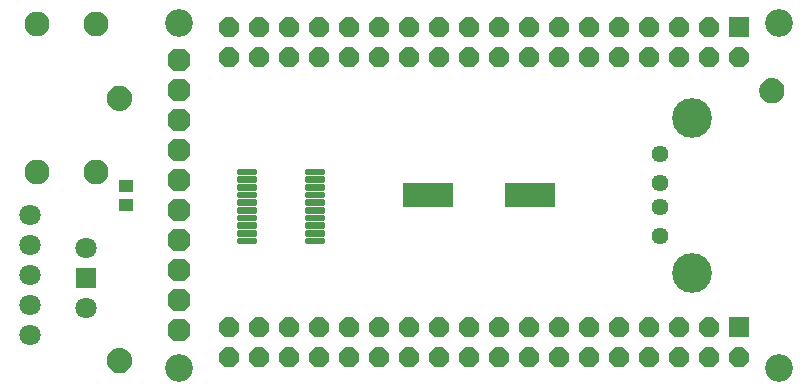
<source format=gbr>
G04 EAGLE Gerber RS-274X export*
G75*
%MOMM*%
%FSLAX34Y34*%
%LPD*%
%INSoldermask Top*%
%IPPOS*%
%AMOC8*
5,1,8,0,0,1.08239X$1,22.5*%
G01*
%ADD10R,1.183641X1.102359*%
%ADD11C,2.112400*%
%ADD12R,1.676400X1.676400*%
%ADD13P,1.814519X8X202.500000*%
%ADD14R,1.803400X1.803400*%
%ADD15C,1.803400*%
%ADD16P,2.089446X8X202.500000*%
%ADD17C,2.352400*%
%ADD18C,0.253078*%
%ADD19C,3.372400*%
%ADD20C,1.440400*%
%ADD21C,0.609600*%
%ADD22C,1.168400*%
%ADD23R,4.252400X2.152400*%


D10*
X133350Y185801D03*
X133350Y169799D03*
D11*
X57550Y322850D03*
X107550Y322850D03*
X107550Y197850D03*
X57550Y197850D03*
D12*
X652100Y320300D03*
D13*
X652100Y294900D03*
X626700Y320300D03*
X626700Y294900D03*
X601300Y320300D03*
X601300Y294900D03*
X575900Y320300D03*
X575900Y294900D03*
X550500Y320300D03*
X550500Y294900D03*
X525100Y320300D03*
X525100Y294900D03*
X499700Y320300D03*
X499700Y294900D03*
X474300Y320300D03*
X474300Y294900D03*
X448900Y320300D03*
X448900Y294900D03*
X423500Y320300D03*
X423500Y294900D03*
X398100Y320300D03*
X398100Y294900D03*
X372700Y320300D03*
X372700Y294900D03*
X347300Y320300D03*
X347300Y294900D03*
X321900Y320300D03*
X321900Y294900D03*
X296500Y320300D03*
X296500Y294900D03*
X271100Y320300D03*
X271100Y294900D03*
X245700Y320300D03*
X245700Y294900D03*
X220300Y320300D03*
X220300Y294900D03*
D12*
X652100Y66300D03*
D13*
X652100Y40900D03*
X626700Y66300D03*
X626700Y40900D03*
X601300Y66300D03*
X601300Y40900D03*
X575900Y66300D03*
X575900Y40900D03*
X550500Y66300D03*
X550500Y40900D03*
X525100Y66300D03*
X525100Y40900D03*
X499700Y66300D03*
X499700Y40900D03*
X474300Y66300D03*
X474300Y40900D03*
X448900Y66300D03*
X448900Y40900D03*
X423500Y66300D03*
X423500Y40900D03*
X398100Y66300D03*
X398100Y40900D03*
X372700Y66300D03*
X372700Y40900D03*
X347300Y66300D03*
X347300Y40900D03*
X321900Y66300D03*
X321900Y40900D03*
X296500Y66300D03*
X296500Y40900D03*
X271100Y66300D03*
X271100Y40900D03*
X245700Y66300D03*
X245700Y40900D03*
X220300Y66300D03*
X220300Y40900D03*
D14*
X99400Y107850D03*
D15*
X99400Y82450D03*
X99400Y133250D03*
D16*
X177800Y63500D03*
X177800Y88900D03*
X177800Y114300D03*
X177800Y139700D03*
X177800Y165100D03*
X177800Y190500D03*
X177800Y215900D03*
X177800Y241300D03*
X177800Y266700D03*
X177800Y292100D03*
D17*
X685800Y31750D03*
X177800Y31750D03*
X685800Y323850D03*
X177800Y323850D03*
D18*
X285253Y140997D02*
X299947Y140997D01*
X299947Y137903D01*
X285253Y137903D01*
X285253Y140997D01*
X285253Y140307D02*
X299947Y140307D01*
X299947Y147497D02*
X285253Y147497D01*
X299947Y147497D02*
X299947Y144403D01*
X285253Y144403D01*
X285253Y147497D01*
X285253Y146807D02*
X299947Y146807D01*
X299947Y153997D02*
X285253Y153997D01*
X299947Y153997D02*
X299947Y150903D01*
X285253Y150903D01*
X285253Y153997D01*
X285253Y153307D02*
X299947Y153307D01*
X299947Y160497D02*
X285253Y160497D01*
X299947Y160497D02*
X299947Y157403D01*
X285253Y157403D01*
X285253Y160497D01*
X285253Y159807D02*
X299947Y159807D01*
X299947Y166997D02*
X285253Y166997D01*
X299947Y166997D02*
X299947Y163903D01*
X285253Y163903D01*
X285253Y166997D01*
X285253Y166307D02*
X299947Y166307D01*
X299947Y173497D02*
X285253Y173497D01*
X299947Y173497D02*
X299947Y170403D01*
X285253Y170403D01*
X285253Y173497D01*
X285253Y172807D02*
X299947Y172807D01*
X299947Y179997D02*
X285253Y179997D01*
X299947Y179997D02*
X299947Y176903D01*
X285253Y176903D01*
X285253Y179997D01*
X285253Y179307D02*
X299947Y179307D01*
X299947Y186497D02*
X285253Y186497D01*
X299947Y186497D02*
X299947Y183403D01*
X285253Y183403D01*
X285253Y186497D01*
X285253Y185807D02*
X299947Y185807D01*
X299947Y192997D02*
X285253Y192997D01*
X299947Y192997D02*
X299947Y189903D01*
X285253Y189903D01*
X285253Y192997D01*
X285253Y192307D02*
X299947Y192307D01*
X299947Y199497D02*
X285253Y199497D01*
X299947Y199497D02*
X299947Y196403D01*
X285253Y196403D01*
X285253Y199497D01*
X285253Y198807D02*
X299947Y198807D01*
X242547Y199497D02*
X227853Y199497D01*
X242547Y199497D02*
X242547Y196403D01*
X227853Y196403D01*
X227853Y199497D01*
X227853Y198807D02*
X242547Y198807D01*
X242547Y192997D02*
X227853Y192997D01*
X242547Y192997D02*
X242547Y189903D01*
X227853Y189903D01*
X227853Y192997D01*
X227853Y192307D02*
X242547Y192307D01*
X242547Y186497D02*
X227853Y186497D01*
X242547Y186497D02*
X242547Y183403D01*
X227853Y183403D01*
X227853Y186497D01*
X227853Y185807D02*
X242547Y185807D01*
X242547Y179997D02*
X227853Y179997D01*
X242547Y179997D02*
X242547Y176903D01*
X227853Y176903D01*
X227853Y179997D01*
X227853Y179307D02*
X242547Y179307D01*
X242547Y173497D02*
X227853Y173497D01*
X242547Y173497D02*
X242547Y170403D01*
X227853Y170403D01*
X227853Y173497D01*
X227853Y172807D02*
X242547Y172807D01*
X242547Y166997D02*
X227853Y166997D01*
X242547Y166997D02*
X242547Y163903D01*
X227853Y163903D01*
X227853Y166997D01*
X227853Y166307D02*
X242547Y166307D01*
X242547Y160497D02*
X227853Y160497D01*
X242547Y160497D02*
X242547Y157403D01*
X227853Y157403D01*
X227853Y160497D01*
X227853Y159807D02*
X242547Y159807D01*
X242547Y153997D02*
X227853Y153997D01*
X242547Y153997D02*
X242547Y150903D01*
X227853Y150903D01*
X227853Y153997D01*
X227853Y153307D02*
X242547Y153307D01*
X242547Y147497D02*
X227853Y147497D01*
X242547Y147497D02*
X242547Y144403D01*
X227853Y144403D01*
X227853Y147497D01*
X227853Y146807D02*
X242547Y146807D01*
X242547Y140997D02*
X227853Y140997D01*
X242547Y140997D02*
X242547Y137903D01*
X227853Y137903D01*
X227853Y140997D01*
X227853Y140307D02*
X242547Y140307D01*
D19*
X611900Y112250D03*
D20*
X584800Y142950D03*
D19*
X611900Y243650D03*
D20*
X584800Y167950D03*
X584800Y187950D03*
X584800Y212950D03*
D15*
X51700Y135300D03*
X51700Y160700D03*
X51700Y109900D03*
X51700Y84500D03*
X51700Y59100D03*
D21*
X119380Y38100D02*
X119382Y38287D01*
X119389Y38474D01*
X119401Y38661D01*
X119417Y38847D01*
X119437Y39033D01*
X119462Y39218D01*
X119492Y39403D01*
X119526Y39587D01*
X119565Y39770D01*
X119608Y39952D01*
X119656Y40132D01*
X119708Y40312D01*
X119765Y40490D01*
X119825Y40667D01*
X119891Y40842D01*
X119960Y41016D01*
X120034Y41188D01*
X120112Y41358D01*
X120194Y41526D01*
X120280Y41692D01*
X120370Y41856D01*
X120464Y42017D01*
X120562Y42177D01*
X120664Y42333D01*
X120770Y42488D01*
X120880Y42639D01*
X120993Y42788D01*
X121110Y42934D01*
X121230Y43077D01*
X121354Y43217D01*
X121481Y43354D01*
X121612Y43488D01*
X121746Y43619D01*
X121883Y43746D01*
X122023Y43870D01*
X122166Y43990D01*
X122312Y44107D01*
X122461Y44220D01*
X122612Y44330D01*
X122767Y44436D01*
X122923Y44538D01*
X123083Y44636D01*
X123244Y44730D01*
X123408Y44820D01*
X123574Y44906D01*
X123742Y44988D01*
X123912Y45066D01*
X124084Y45140D01*
X124258Y45209D01*
X124433Y45275D01*
X124610Y45335D01*
X124788Y45392D01*
X124968Y45444D01*
X125148Y45492D01*
X125330Y45535D01*
X125513Y45574D01*
X125697Y45608D01*
X125882Y45638D01*
X126067Y45663D01*
X126253Y45683D01*
X126439Y45699D01*
X126626Y45711D01*
X126813Y45718D01*
X127000Y45720D01*
X127187Y45718D01*
X127374Y45711D01*
X127561Y45699D01*
X127747Y45683D01*
X127933Y45663D01*
X128118Y45638D01*
X128303Y45608D01*
X128487Y45574D01*
X128670Y45535D01*
X128852Y45492D01*
X129032Y45444D01*
X129212Y45392D01*
X129390Y45335D01*
X129567Y45275D01*
X129742Y45209D01*
X129916Y45140D01*
X130088Y45066D01*
X130258Y44988D01*
X130426Y44906D01*
X130592Y44820D01*
X130756Y44730D01*
X130917Y44636D01*
X131077Y44538D01*
X131233Y44436D01*
X131388Y44330D01*
X131539Y44220D01*
X131688Y44107D01*
X131834Y43990D01*
X131977Y43870D01*
X132117Y43746D01*
X132254Y43619D01*
X132388Y43488D01*
X132519Y43354D01*
X132646Y43217D01*
X132770Y43077D01*
X132890Y42934D01*
X133007Y42788D01*
X133120Y42639D01*
X133230Y42488D01*
X133336Y42333D01*
X133438Y42177D01*
X133536Y42017D01*
X133630Y41856D01*
X133720Y41692D01*
X133806Y41526D01*
X133888Y41358D01*
X133966Y41188D01*
X134040Y41016D01*
X134109Y40842D01*
X134175Y40667D01*
X134235Y40490D01*
X134292Y40312D01*
X134344Y40132D01*
X134392Y39952D01*
X134435Y39770D01*
X134474Y39587D01*
X134508Y39403D01*
X134538Y39218D01*
X134563Y39033D01*
X134583Y38847D01*
X134599Y38661D01*
X134611Y38474D01*
X134618Y38287D01*
X134620Y38100D01*
X134618Y37913D01*
X134611Y37726D01*
X134599Y37539D01*
X134583Y37353D01*
X134563Y37167D01*
X134538Y36982D01*
X134508Y36797D01*
X134474Y36613D01*
X134435Y36430D01*
X134392Y36248D01*
X134344Y36068D01*
X134292Y35888D01*
X134235Y35710D01*
X134175Y35533D01*
X134109Y35358D01*
X134040Y35184D01*
X133966Y35012D01*
X133888Y34842D01*
X133806Y34674D01*
X133720Y34508D01*
X133630Y34344D01*
X133536Y34183D01*
X133438Y34023D01*
X133336Y33867D01*
X133230Y33712D01*
X133120Y33561D01*
X133007Y33412D01*
X132890Y33266D01*
X132770Y33123D01*
X132646Y32983D01*
X132519Y32846D01*
X132388Y32712D01*
X132254Y32581D01*
X132117Y32454D01*
X131977Y32330D01*
X131834Y32210D01*
X131688Y32093D01*
X131539Y31980D01*
X131388Y31870D01*
X131233Y31764D01*
X131077Y31662D01*
X130917Y31564D01*
X130756Y31470D01*
X130592Y31380D01*
X130426Y31294D01*
X130258Y31212D01*
X130088Y31134D01*
X129916Y31060D01*
X129742Y30991D01*
X129567Y30925D01*
X129390Y30865D01*
X129212Y30808D01*
X129032Y30756D01*
X128852Y30708D01*
X128670Y30665D01*
X128487Y30626D01*
X128303Y30592D01*
X128118Y30562D01*
X127933Y30537D01*
X127747Y30517D01*
X127561Y30501D01*
X127374Y30489D01*
X127187Y30482D01*
X127000Y30480D01*
X126813Y30482D01*
X126626Y30489D01*
X126439Y30501D01*
X126253Y30517D01*
X126067Y30537D01*
X125882Y30562D01*
X125697Y30592D01*
X125513Y30626D01*
X125330Y30665D01*
X125148Y30708D01*
X124968Y30756D01*
X124788Y30808D01*
X124610Y30865D01*
X124433Y30925D01*
X124258Y30991D01*
X124084Y31060D01*
X123912Y31134D01*
X123742Y31212D01*
X123574Y31294D01*
X123408Y31380D01*
X123244Y31470D01*
X123083Y31564D01*
X122923Y31662D01*
X122767Y31764D01*
X122612Y31870D01*
X122461Y31980D01*
X122312Y32093D01*
X122166Y32210D01*
X122023Y32330D01*
X121883Y32454D01*
X121746Y32581D01*
X121612Y32712D01*
X121481Y32846D01*
X121354Y32983D01*
X121230Y33123D01*
X121110Y33266D01*
X120993Y33412D01*
X120880Y33561D01*
X120770Y33712D01*
X120664Y33867D01*
X120562Y34023D01*
X120464Y34183D01*
X120370Y34344D01*
X120280Y34508D01*
X120194Y34674D01*
X120112Y34842D01*
X120034Y35012D01*
X119960Y35184D01*
X119891Y35358D01*
X119825Y35533D01*
X119765Y35710D01*
X119708Y35888D01*
X119656Y36068D01*
X119608Y36248D01*
X119565Y36430D01*
X119526Y36613D01*
X119492Y36797D01*
X119462Y36982D01*
X119437Y37167D01*
X119417Y37353D01*
X119401Y37539D01*
X119389Y37726D01*
X119382Y37913D01*
X119380Y38100D01*
D22*
X127000Y38100D03*
D21*
X119380Y260350D02*
X119382Y260537D01*
X119389Y260724D01*
X119401Y260911D01*
X119417Y261097D01*
X119437Y261283D01*
X119462Y261468D01*
X119492Y261653D01*
X119526Y261837D01*
X119565Y262020D01*
X119608Y262202D01*
X119656Y262382D01*
X119708Y262562D01*
X119765Y262740D01*
X119825Y262917D01*
X119891Y263092D01*
X119960Y263266D01*
X120034Y263438D01*
X120112Y263608D01*
X120194Y263776D01*
X120280Y263942D01*
X120370Y264106D01*
X120464Y264267D01*
X120562Y264427D01*
X120664Y264583D01*
X120770Y264738D01*
X120880Y264889D01*
X120993Y265038D01*
X121110Y265184D01*
X121230Y265327D01*
X121354Y265467D01*
X121481Y265604D01*
X121612Y265738D01*
X121746Y265869D01*
X121883Y265996D01*
X122023Y266120D01*
X122166Y266240D01*
X122312Y266357D01*
X122461Y266470D01*
X122612Y266580D01*
X122767Y266686D01*
X122923Y266788D01*
X123083Y266886D01*
X123244Y266980D01*
X123408Y267070D01*
X123574Y267156D01*
X123742Y267238D01*
X123912Y267316D01*
X124084Y267390D01*
X124258Y267459D01*
X124433Y267525D01*
X124610Y267585D01*
X124788Y267642D01*
X124968Y267694D01*
X125148Y267742D01*
X125330Y267785D01*
X125513Y267824D01*
X125697Y267858D01*
X125882Y267888D01*
X126067Y267913D01*
X126253Y267933D01*
X126439Y267949D01*
X126626Y267961D01*
X126813Y267968D01*
X127000Y267970D01*
X127187Y267968D01*
X127374Y267961D01*
X127561Y267949D01*
X127747Y267933D01*
X127933Y267913D01*
X128118Y267888D01*
X128303Y267858D01*
X128487Y267824D01*
X128670Y267785D01*
X128852Y267742D01*
X129032Y267694D01*
X129212Y267642D01*
X129390Y267585D01*
X129567Y267525D01*
X129742Y267459D01*
X129916Y267390D01*
X130088Y267316D01*
X130258Y267238D01*
X130426Y267156D01*
X130592Y267070D01*
X130756Y266980D01*
X130917Y266886D01*
X131077Y266788D01*
X131233Y266686D01*
X131388Y266580D01*
X131539Y266470D01*
X131688Y266357D01*
X131834Y266240D01*
X131977Y266120D01*
X132117Y265996D01*
X132254Y265869D01*
X132388Y265738D01*
X132519Y265604D01*
X132646Y265467D01*
X132770Y265327D01*
X132890Y265184D01*
X133007Y265038D01*
X133120Y264889D01*
X133230Y264738D01*
X133336Y264583D01*
X133438Y264427D01*
X133536Y264267D01*
X133630Y264106D01*
X133720Y263942D01*
X133806Y263776D01*
X133888Y263608D01*
X133966Y263438D01*
X134040Y263266D01*
X134109Y263092D01*
X134175Y262917D01*
X134235Y262740D01*
X134292Y262562D01*
X134344Y262382D01*
X134392Y262202D01*
X134435Y262020D01*
X134474Y261837D01*
X134508Y261653D01*
X134538Y261468D01*
X134563Y261283D01*
X134583Y261097D01*
X134599Y260911D01*
X134611Y260724D01*
X134618Y260537D01*
X134620Y260350D01*
X134618Y260163D01*
X134611Y259976D01*
X134599Y259789D01*
X134583Y259603D01*
X134563Y259417D01*
X134538Y259232D01*
X134508Y259047D01*
X134474Y258863D01*
X134435Y258680D01*
X134392Y258498D01*
X134344Y258318D01*
X134292Y258138D01*
X134235Y257960D01*
X134175Y257783D01*
X134109Y257608D01*
X134040Y257434D01*
X133966Y257262D01*
X133888Y257092D01*
X133806Y256924D01*
X133720Y256758D01*
X133630Y256594D01*
X133536Y256433D01*
X133438Y256273D01*
X133336Y256117D01*
X133230Y255962D01*
X133120Y255811D01*
X133007Y255662D01*
X132890Y255516D01*
X132770Y255373D01*
X132646Y255233D01*
X132519Y255096D01*
X132388Y254962D01*
X132254Y254831D01*
X132117Y254704D01*
X131977Y254580D01*
X131834Y254460D01*
X131688Y254343D01*
X131539Y254230D01*
X131388Y254120D01*
X131233Y254014D01*
X131077Y253912D01*
X130917Y253814D01*
X130756Y253720D01*
X130592Y253630D01*
X130426Y253544D01*
X130258Y253462D01*
X130088Y253384D01*
X129916Y253310D01*
X129742Y253241D01*
X129567Y253175D01*
X129390Y253115D01*
X129212Y253058D01*
X129032Y253006D01*
X128852Y252958D01*
X128670Y252915D01*
X128487Y252876D01*
X128303Y252842D01*
X128118Y252812D01*
X127933Y252787D01*
X127747Y252767D01*
X127561Y252751D01*
X127374Y252739D01*
X127187Y252732D01*
X127000Y252730D01*
X126813Y252732D01*
X126626Y252739D01*
X126439Y252751D01*
X126253Y252767D01*
X126067Y252787D01*
X125882Y252812D01*
X125697Y252842D01*
X125513Y252876D01*
X125330Y252915D01*
X125148Y252958D01*
X124968Y253006D01*
X124788Y253058D01*
X124610Y253115D01*
X124433Y253175D01*
X124258Y253241D01*
X124084Y253310D01*
X123912Y253384D01*
X123742Y253462D01*
X123574Y253544D01*
X123408Y253630D01*
X123244Y253720D01*
X123083Y253814D01*
X122923Y253912D01*
X122767Y254014D01*
X122612Y254120D01*
X122461Y254230D01*
X122312Y254343D01*
X122166Y254460D01*
X122023Y254580D01*
X121883Y254704D01*
X121746Y254831D01*
X121612Y254962D01*
X121481Y255096D01*
X121354Y255233D01*
X121230Y255373D01*
X121110Y255516D01*
X120993Y255662D01*
X120880Y255811D01*
X120770Y255962D01*
X120664Y256117D01*
X120562Y256273D01*
X120464Y256433D01*
X120370Y256594D01*
X120280Y256758D01*
X120194Y256924D01*
X120112Y257092D01*
X120034Y257262D01*
X119960Y257434D01*
X119891Y257608D01*
X119825Y257783D01*
X119765Y257960D01*
X119708Y258138D01*
X119656Y258318D01*
X119608Y258498D01*
X119565Y258680D01*
X119526Y258863D01*
X119492Y259047D01*
X119462Y259232D01*
X119437Y259417D01*
X119417Y259603D01*
X119401Y259789D01*
X119389Y259976D01*
X119382Y260163D01*
X119380Y260350D01*
D22*
X127000Y260350D03*
D21*
X671830Y266700D02*
X671832Y266887D01*
X671839Y267074D01*
X671851Y267261D01*
X671867Y267447D01*
X671887Y267633D01*
X671912Y267818D01*
X671942Y268003D01*
X671976Y268187D01*
X672015Y268370D01*
X672058Y268552D01*
X672106Y268732D01*
X672158Y268912D01*
X672215Y269090D01*
X672275Y269267D01*
X672341Y269442D01*
X672410Y269616D01*
X672484Y269788D01*
X672562Y269958D01*
X672644Y270126D01*
X672730Y270292D01*
X672820Y270456D01*
X672914Y270617D01*
X673012Y270777D01*
X673114Y270933D01*
X673220Y271088D01*
X673330Y271239D01*
X673443Y271388D01*
X673560Y271534D01*
X673680Y271677D01*
X673804Y271817D01*
X673931Y271954D01*
X674062Y272088D01*
X674196Y272219D01*
X674333Y272346D01*
X674473Y272470D01*
X674616Y272590D01*
X674762Y272707D01*
X674911Y272820D01*
X675062Y272930D01*
X675217Y273036D01*
X675373Y273138D01*
X675533Y273236D01*
X675694Y273330D01*
X675858Y273420D01*
X676024Y273506D01*
X676192Y273588D01*
X676362Y273666D01*
X676534Y273740D01*
X676708Y273809D01*
X676883Y273875D01*
X677060Y273935D01*
X677238Y273992D01*
X677418Y274044D01*
X677598Y274092D01*
X677780Y274135D01*
X677963Y274174D01*
X678147Y274208D01*
X678332Y274238D01*
X678517Y274263D01*
X678703Y274283D01*
X678889Y274299D01*
X679076Y274311D01*
X679263Y274318D01*
X679450Y274320D01*
X679637Y274318D01*
X679824Y274311D01*
X680011Y274299D01*
X680197Y274283D01*
X680383Y274263D01*
X680568Y274238D01*
X680753Y274208D01*
X680937Y274174D01*
X681120Y274135D01*
X681302Y274092D01*
X681482Y274044D01*
X681662Y273992D01*
X681840Y273935D01*
X682017Y273875D01*
X682192Y273809D01*
X682366Y273740D01*
X682538Y273666D01*
X682708Y273588D01*
X682876Y273506D01*
X683042Y273420D01*
X683206Y273330D01*
X683367Y273236D01*
X683527Y273138D01*
X683683Y273036D01*
X683838Y272930D01*
X683989Y272820D01*
X684138Y272707D01*
X684284Y272590D01*
X684427Y272470D01*
X684567Y272346D01*
X684704Y272219D01*
X684838Y272088D01*
X684969Y271954D01*
X685096Y271817D01*
X685220Y271677D01*
X685340Y271534D01*
X685457Y271388D01*
X685570Y271239D01*
X685680Y271088D01*
X685786Y270933D01*
X685888Y270777D01*
X685986Y270617D01*
X686080Y270456D01*
X686170Y270292D01*
X686256Y270126D01*
X686338Y269958D01*
X686416Y269788D01*
X686490Y269616D01*
X686559Y269442D01*
X686625Y269267D01*
X686685Y269090D01*
X686742Y268912D01*
X686794Y268732D01*
X686842Y268552D01*
X686885Y268370D01*
X686924Y268187D01*
X686958Y268003D01*
X686988Y267818D01*
X687013Y267633D01*
X687033Y267447D01*
X687049Y267261D01*
X687061Y267074D01*
X687068Y266887D01*
X687070Y266700D01*
X687068Y266513D01*
X687061Y266326D01*
X687049Y266139D01*
X687033Y265953D01*
X687013Y265767D01*
X686988Y265582D01*
X686958Y265397D01*
X686924Y265213D01*
X686885Y265030D01*
X686842Y264848D01*
X686794Y264668D01*
X686742Y264488D01*
X686685Y264310D01*
X686625Y264133D01*
X686559Y263958D01*
X686490Y263784D01*
X686416Y263612D01*
X686338Y263442D01*
X686256Y263274D01*
X686170Y263108D01*
X686080Y262944D01*
X685986Y262783D01*
X685888Y262623D01*
X685786Y262467D01*
X685680Y262312D01*
X685570Y262161D01*
X685457Y262012D01*
X685340Y261866D01*
X685220Y261723D01*
X685096Y261583D01*
X684969Y261446D01*
X684838Y261312D01*
X684704Y261181D01*
X684567Y261054D01*
X684427Y260930D01*
X684284Y260810D01*
X684138Y260693D01*
X683989Y260580D01*
X683838Y260470D01*
X683683Y260364D01*
X683527Y260262D01*
X683367Y260164D01*
X683206Y260070D01*
X683042Y259980D01*
X682876Y259894D01*
X682708Y259812D01*
X682538Y259734D01*
X682366Y259660D01*
X682192Y259591D01*
X682017Y259525D01*
X681840Y259465D01*
X681662Y259408D01*
X681482Y259356D01*
X681302Y259308D01*
X681120Y259265D01*
X680937Y259226D01*
X680753Y259192D01*
X680568Y259162D01*
X680383Y259137D01*
X680197Y259117D01*
X680011Y259101D01*
X679824Y259089D01*
X679637Y259082D01*
X679450Y259080D01*
X679263Y259082D01*
X679076Y259089D01*
X678889Y259101D01*
X678703Y259117D01*
X678517Y259137D01*
X678332Y259162D01*
X678147Y259192D01*
X677963Y259226D01*
X677780Y259265D01*
X677598Y259308D01*
X677418Y259356D01*
X677238Y259408D01*
X677060Y259465D01*
X676883Y259525D01*
X676708Y259591D01*
X676534Y259660D01*
X676362Y259734D01*
X676192Y259812D01*
X676024Y259894D01*
X675858Y259980D01*
X675694Y260070D01*
X675533Y260164D01*
X675373Y260262D01*
X675217Y260364D01*
X675062Y260470D01*
X674911Y260580D01*
X674762Y260693D01*
X674616Y260810D01*
X674473Y260930D01*
X674333Y261054D01*
X674196Y261181D01*
X674062Y261312D01*
X673931Y261446D01*
X673804Y261583D01*
X673680Y261723D01*
X673560Y261866D01*
X673443Y262012D01*
X673330Y262161D01*
X673220Y262312D01*
X673114Y262467D01*
X673012Y262623D01*
X672914Y262783D01*
X672820Y262944D01*
X672730Y263108D01*
X672644Y263274D01*
X672562Y263442D01*
X672484Y263612D01*
X672410Y263784D01*
X672341Y263958D01*
X672275Y264133D01*
X672215Y264310D01*
X672158Y264488D01*
X672106Y264668D01*
X672058Y264848D01*
X672015Y265030D01*
X671976Y265213D01*
X671942Y265397D01*
X671912Y265582D01*
X671887Y265767D01*
X671867Y265953D01*
X671851Y266139D01*
X671839Y266326D01*
X671832Y266513D01*
X671830Y266700D01*
D22*
X679450Y266700D03*
D23*
X475300Y177800D03*
X388300Y177800D03*
M02*

</source>
